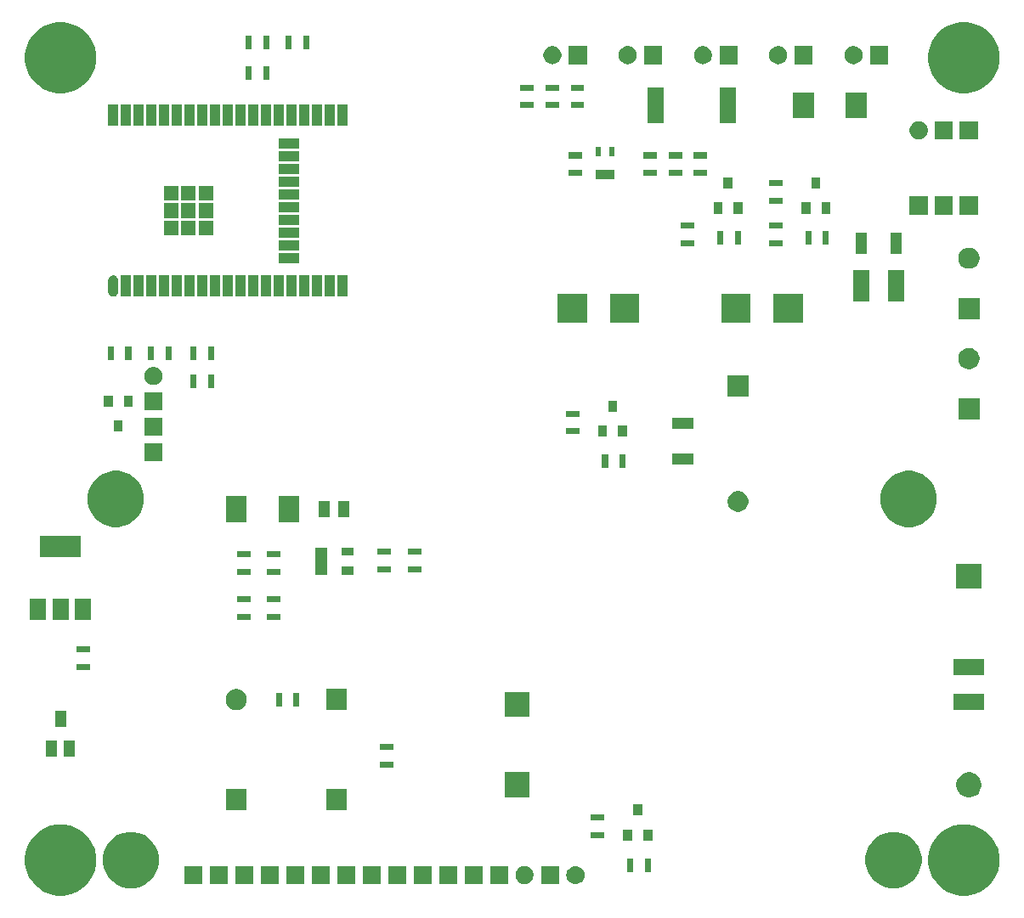
<source format=gbr>
G04 #@! TF.GenerationSoftware,KiCad,Pcbnew,(5.1.2-1)-1*
G04 #@! TF.CreationDate,2020-09-26T11:09:18+03:00*
G04 #@! TF.ProjectId,UAK_1,55414b5f-312e-46b6-9963-61645f706362,rev?*
G04 #@! TF.SameCoordinates,Original*
G04 #@! TF.FileFunction,Soldermask,Top*
G04 #@! TF.FilePolarity,Negative*
%FSLAX46Y46*%
G04 Gerber Fmt 4.6, Leading zero omitted, Abs format (unit mm)*
G04 Created by KiCad (PCBNEW (5.1.2-1)-1) date 2020-09-26 11:09:18*
%MOMM*%
%LPD*%
G04 APERTURE LIST*
%ADD10C,0.100000*%
G04 APERTURE END LIST*
D10*
G36*
X171035787Y-131585462D02*
G01*
X171035790Y-131585463D01*
X171035789Y-131585463D01*
X171682029Y-131853144D01*
X172263631Y-132241758D01*
X172758242Y-132736369D01*
X173146856Y-133317971D01*
X173146856Y-133317972D01*
X173414538Y-133964213D01*
X173551000Y-134650256D01*
X173551000Y-135349744D01*
X173414538Y-136035787D01*
X173356460Y-136176000D01*
X173146856Y-136682029D01*
X172758242Y-137263631D01*
X172263631Y-137758242D01*
X171682029Y-138146856D01*
X171225068Y-138336135D01*
X171035787Y-138414538D01*
X170349744Y-138551000D01*
X169650256Y-138551000D01*
X168964213Y-138414538D01*
X168774932Y-138336135D01*
X168317971Y-138146856D01*
X167736369Y-137758242D01*
X167241758Y-137263631D01*
X166853144Y-136682029D01*
X166643540Y-136176000D01*
X166585462Y-136035787D01*
X166449000Y-135349744D01*
X166449000Y-134650256D01*
X166585462Y-133964213D01*
X166853144Y-133317972D01*
X166853144Y-133317971D01*
X167241758Y-132736369D01*
X167736369Y-132241758D01*
X168317971Y-131853144D01*
X168964211Y-131585463D01*
X168964210Y-131585463D01*
X168964213Y-131585462D01*
X169650256Y-131449000D01*
X170349744Y-131449000D01*
X171035787Y-131585462D01*
X171035787Y-131585462D01*
G37*
G36*
X81035787Y-131585462D02*
G01*
X81035790Y-131585463D01*
X81035789Y-131585463D01*
X81682029Y-131853144D01*
X82263631Y-132241758D01*
X82758242Y-132736369D01*
X83146856Y-133317971D01*
X83146856Y-133317972D01*
X83414538Y-133964213D01*
X83551000Y-134650256D01*
X83551000Y-135349744D01*
X83414538Y-136035787D01*
X83356460Y-136176000D01*
X83146856Y-136682029D01*
X82758242Y-137263631D01*
X82263631Y-137758242D01*
X81682029Y-138146856D01*
X81225068Y-138336135D01*
X81035787Y-138414538D01*
X80349744Y-138551000D01*
X79650256Y-138551000D01*
X78964213Y-138414538D01*
X78774932Y-138336135D01*
X78317971Y-138146856D01*
X77736369Y-137758242D01*
X77241758Y-137263631D01*
X76853144Y-136682029D01*
X76643540Y-136176000D01*
X76585462Y-136035787D01*
X76449000Y-135349744D01*
X76449000Y-134650256D01*
X76585462Y-133964213D01*
X76853144Y-133317972D01*
X76853144Y-133317971D01*
X77241758Y-132736369D01*
X77736369Y-132241758D01*
X78317971Y-131853144D01*
X78964211Y-131585463D01*
X78964210Y-131585463D01*
X78964213Y-131585462D01*
X79650256Y-131449000D01*
X80349744Y-131449000D01*
X81035787Y-131585462D01*
X81035787Y-131585462D01*
G37*
G36*
X163817021Y-132306640D02*
G01*
X164326769Y-132517785D01*
X164326771Y-132517786D01*
X164785534Y-132824321D01*
X165175679Y-133214466D01*
X165244839Y-133317972D01*
X165482215Y-133673231D01*
X165693360Y-134182979D01*
X165801000Y-134724124D01*
X165801000Y-135275876D01*
X165693360Y-135817021D01*
X165483621Y-136323375D01*
X165482214Y-136326771D01*
X165175679Y-136785534D01*
X164785534Y-137175679D01*
X164326771Y-137482214D01*
X164326770Y-137482215D01*
X164326769Y-137482215D01*
X163817021Y-137693360D01*
X163275876Y-137801000D01*
X162724124Y-137801000D01*
X162182979Y-137693360D01*
X161673231Y-137482215D01*
X161673230Y-137482215D01*
X161673229Y-137482214D01*
X161214466Y-137175679D01*
X160824321Y-136785534D01*
X160517786Y-136326771D01*
X160516379Y-136323375D01*
X160306640Y-135817021D01*
X160199000Y-135275876D01*
X160199000Y-134724124D01*
X160306640Y-134182979D01*
X160517785Y-133673231D01*
X160755161Y-133317972D01*
X160824321Y-133214466D01*
X161214466Y-132824321D01*
X161673229Y-132517786D01*
X161673231Y-132517785D01*
X162182979Y-132306640D01*
X162724124Y-132199000D01*
X163275876Y-132199000D01*
X163817021Y-132306640D01*
X163817021Y-132306640D01*
G37*
G36*
X87817021Y-132306640D02*
G01*
X88326769Y-132517785D01*
X88326771Y-132517786D01*
X88785534Y-132824321D01*
X89175679Y-133214466D01*
X89244839Y-133317972D01*
X89482215Y-133673231D01*
X89693360Y-134182979D01*
X89801000Y-134724124D01*
X89801000Y-135275876D01*
X89693360Y-135817021D01*
X89483621Y-136323375D01*
X89482214Y-136326771D01*
X89175679Y-136785534D01*
X88785534Y-137175679D01*
X88326771Y-137482214D01*
X88326770Y-137482215D01*
X88326769Y-137482215D01*
X87817021Y-137693360D01*
X87275876Y-137801000D01*
X86724124Y-137801000D01*
X86182979Y-137693360D01*
X85673231Y-137482215D01*
X85673230Y-137482215D01*
X85673229Y-137482214D01*
X85214466Y-137175679D01*
X84824321Y-136785534D01*
X84517786Y-136326771D01*
X84516379Y-136323375D01*
X84306640Y-135817021D01*
X84199000Y-135275876D01*
X84199000Y-134724124D01*
X84306640Y-134182979D01*
X84517785Y-133673231D01*
X84755161Y-133317972D01*
X84824321Y-133214466D01*
X85214466Y-132824321D01*
X85673229Y-132517786D01*
X85673231Y-132517785D01*
X86182979Y-132306640D01*
X86724124Y-132199000D01*
X87275876Y-132199000D01*
X87817021Y-132306640D01*
X87817021Y-132306640D01*
G37*
G36*
X122041000Y-137401000D02*
G01*
X120239000Y-137401000D01*
X120239000Y-135599000D01*
X122041000Y-135599000D01*
X122041000Y-137401000D01*
X122041000Y-137401000D01*
G37*
G36*
X119501000Y-137401000D02*
G01*
X117699000Y-137401000D01*
X117699000Y-135599000D01*
X119501000Y-135599000D01*
X119501000Y-137401000D01*
X119501000Y-137401000D01*
G37*
G36*
X116961000Y-137401000D02*
G01*
X115159000Y-137401000D01*
X115159000Y-135599000D01*
X116961000Y-135599000D01*
X116961000Y-137401000D01*
X116961000Y-137401000D01*
G37*
G36*
X114421000Y-137401000D02*
G01*
X112619000Y-137401000D01*
X112619000Y-135599000D01*
X114421000Y-135599000D01*
X114421000Y-137401000D01*
X114421000Y-137401000D01*
G37*
G36*
X111881000Y-137401000D02*
G01*
X110079000Y-137401000D01*
X110079000Y-135599000D01*
X111881000Y-135599000D01*
X111881000Y-137401000D01*
X111881000Y-137401000D01*
G37*
G36*
X109341000Y-137401000D02*
G01*
X107539000Y-137401000D01*
X107539000Y-135599000D01*
X109341000Y-135599000D01*
X109341000Y-137401000D01*
X109341000Y-137401000D01*
G37*
G36*
X106801000Y-137401000D02*
G01*
X104999000Y-137401000D01*
X104999000Y-135599000D01*
X106801000Y-135599000D01*
X106801000Y-137401000D01*
X106801000Y-137401000D01*
G37*
G36*
X104261000Y-137401000D02*
G01*
X102459000Y-137401000D01*
X102459000Y-135599000D01*
X104261000Y-135599000D01*
X104261000Y-137401000D01*
X104261000Y-137401000D01*
G37*
G36*
X101721000Y-137401000D02*
G01*
X99919000Y-137401000D01*
X99919000Y-135599000D01*
X101721000Y-135599000D01*
X101721000Y-137401000D01*
X101721000Y-137401000D01*
G37*
G36*
X99181000Y-137401000D02*
G01*
X97379000Y-137401000D01*
X97379000Y-135599000D01*
X99181000Y-135599000D01*
X99181000Y-137401000D01*
X99181000Y-137401000D01*
G37*
G36*
X96641000Y-137401000D02*
G01*
X94839000Y-137401000D01*
X94839000Y-135599000D01*
X96641000Y-135599000D01*
X96641000Y-137401000D01*
X96641000Y-137401000D01*
G37*
G36*
X94101000Y-137401000D02*
G01*
X92299000Y-137401000D01*
X92299000Y-135599000D01*
X94101000Y-135599000D01*
X94101000Y-137401000D01*
X94101000Y-137401000D01*
G37*
G36*
X124581000Y-137401000D02*
G01*
X122779000Y-137401000D01*
X122779000Y-135599000D01*
X124581000Y-135599000D01*
X124581000Y-137401000D01*
X124581000Y-137401000D01*
G37*
G36*
X126333512Y-135603927D02*
G01*
X126482812Y-135633624D01*
X126646784Y-135701544D01*
X126794354Y-135800147D01*
X126919853Y-135925646D01*
X127018456Y-136073216D01*
X127086376Y-136237188D01*
X127121000Y-136411259D01*
X127121000Y-136588741D01*
X127086376Y-136762812D01*
X127018456Y-136926784D01*
X126919853Y-137074354D01*
X126794354Y-137199853D01*
X126646784Y-137298456D01*
X126482812Y-137366376D01*
X126333512Y-137396073D01*
X126308742Y-137401000D01*
X126131258Y-137401000D01*
X126106488Y-137396073D01*
X125957188Y-137366376D01*
X125793216Y-137298456D01*
X125645646Y-137199853D01*
X125520147Y-137074354D01*
X125421544Y-136926784D01*
X125353624Y-136762812D01*
X125319000Y-136588741D01*
X125319000Y-136411259D01*
X125353624Y-136237188D01*
X125421544Y-136073216D01*
X125520147Y-135925646D01*
X125645646Y-135800147D01*
X125793216Y-135701544D01*
X125957188Y-135633624D01*
X126106488Y-135603927D01*
X126131258Y-135599000D01*
X126308742Y-135599000D01*
X126333512Y-135603927D01*
X126333512Y-135603927D01*
G37*
G36*
X129661000Y-137401000D02*
G01*
X127859000Y-137401000D01*
X127859000Y-135599000D01*
X129661000Y-135599000D01*
X129661000Y-137401000D01*
X129661000Y-137401000D01*
G37*
G36*
X131410442Y-135605518D02*
G01*
X131476627Y-135612037D01*
X131646466Y-135663557D01*
X131802991Y-135747222D01*
X131838729Y-135776552D01*
X131940186Y-135859814D01*
X132023448Y-135961271D01*
X132052778Y-135997009D01*
X132136443Y-136153534D01*
X132187963Y-136323373D01*
X132205359Y-136500000D01*
X132187963Y-136676627D01*
X132136443Y-136846466D01*
X132052778Y-137002991D01*
X132023448Y-137038729D01*
X131940186Y-137140186D01*
X131867480Y-137199853D01*
X131802991Y-137252778D01*
X131646466Y-137336443D01*
X131476627Y-137387963D01*
X131410443Y-137394481D01*
X131344260Y-137401000D01*
X131255740Y-137401000D01*
X131189557Y-137394481D01*
X131123373Y-137387963D01*
X130953534Y-137336443D01*
X130797009Y-137252778D01*
X130732520Y-137199853D01*
X130659814Y-137140186D01*
X130576552Y-137038729D01*
X130547222Y-137002991D01*
X130463557Y-136846466D01*
X130412037Y-136676627D01*
X130394641Y-136500000D01*
X130412037Y-136323373D01*
X130463557Y-136153534D01*
X130547222Y-135997009D01*
X130576552Y-135961271D01*
X130659814Y-135859814D01*
X130761271Y-135776552D01*
X130797009Y-135747222D01*
X130953534Y-135663557D01*
X131123373Y-135612037D01*
X131189558Y-135605518D01*
X131255740Y-135599000D01*
X131344260Y-135599000D01*
X131410442Y-135605518D01*
X131410442Y-135605518D01*
G37*
G36*
X138801000Y-136176000D02*
G01*
X138199000Y-136176000D01*
X138199000Y-134824000D01*
X138801000Y-134824000D01*
X138801000Y-136176000D01*
X138801000Y-136176000D01*
G37*
G36*
X137051000Y-136176000D02*
G01*
X136449000Y-136176000D01*
X136449000Y-134824000D01*
X137051000Y-134824000D01*
X137051000Y-136176000D01*
X137051000Y-136176000D01*
G37*
G36*
X138951000Y-133051000D02*
G01*
X138049000Y-133051000D01*
X138049000Y-131949000D01*
X138951000Y-131949000D01*
X138951000Y-133051000D01*
X138951000Y-133051000D01*
G37*
G36*
X136951000Y-133051000D02*
G01*
X136049000Y-133051000D01*
X136049000Y-131949000D01*
X136951000Y-131949000D01*
X136951000Y-133051000D01*
X136951000Y-133051000D01*
G37*
G36*
X134176000Y-132801000D02*
G01*
X132824000Y-132801000D01*
X132824000Y-132199000D01*
X134176000Y-132199000D01*
X134176000Y-132801000D01*
X134176000Y-132801000D01*
G37*
G36*
X134176000Y-131051000D02*
G01*
X132824000Y-131051000D01*
X132824000Y-130449000D01*
X134176000Y-130449000D01*
X134176000Y-131051000D01*
X134176000Y-131051000D01*
G37*
G36*
X137951000Y-130551000D02*
G01*
X137049000Y-130551000D01*
X137049000Y-129449000D01*
X137951000Y-129449000D01*
X137951000Y-130551000D01*
X137951000Y-130551000D01*
G37*
G36*
X108551000Y-130051000D02*
G01*
X106449000Y-130051000D01*
X106449000Y-127949000D01*
X108551000Y-127949000D01*
X108551000Y-130051000D01*
X108551000Y-130051000D01*
G37*
G36*
X98551000Y-130051000D02*
G01*
X96449000Y-130051000D01*
X96449000Y-127949000D01*
X98551000Y-127949000D01*
X98551000Y-130051000D01*
X98551000Y-130051000D01*
G37*
G36*
X126751000Y-128751000D02*
G01*
X124249000Y-128751000D01*
X124249000Y-126249000D01*
X126751000Y-126249000D01*
X126751000Y-128751000D01*
X126751000Y-128751000D01*
G37*
G36*
X170864903Y-126297075D02*
G01*
X171092571Y-126391378D01*
X171297466Y-126528285D01*
X171471715Y-126702534D01*
X171608622Y-126907429D01*
X171702925Y-127135097D01*
X171751000Y-127376787D01*
X171751000Y-127623213D01*
X171702925Y-127864903D01*
X171608622Y-128092571D01*
X171471715Y-128297466D01*
X171297466Y-128471715D01*
X171092571Y-128608622D01*
X171092570Y-128608623D01*
X171092569Y-128608623D01*
X170864903Y-128702925D01*
X170623214Y-128751000D01*
X170376786Y-128751000D01*
X170135097Y-128702925D01*
X169907431Y-128608623D01*
X169907430Y-128608623D01*
X169907429Y-128608622D01*
X169702534Y-128471715D01*
X169528285Y-128297466D01*
X169391378Y-128092571D01*
X169297075Y-127864903D01*
X169249000Y-127623213D01*
X169249000Y-127376787D01*
X169297075Y-127135097D01*
X169391378Y-126907429D01*
X169528285Y-126702534D01*
X169702534Y-126528285D01*
X169907429Y-126391378D01*
X170135097Y-126297075D01*
X170376786Y-126249000D01*
X170623214Y-126249000D01*
X170864903Y-126297075D01*
X170864903Y-126297075D01*
G37*
G36*
X113176000Y-125801000D02*
G01*
X111824000Y-125801000D01*
X111824000Y-125199000D01*
X113176000Y-125199000D01*
X113176000Y-125801000D01*
X113176000Y-125801000D01*
G37*
G36*
X79651000Y-124701000D02*
G01*
X78549000Y-124701000D01*
X78549000Y-123099000D01*
X79651000Y-123099000D01*
X79651000Y-124701000D01*
X79651000Y-124701000D01*
G37*
G36*
X81451000Y-124701000D02*
G01*
X80349000Y-124701000D01*
X80349000Y-123099000D01*
X81451000Y-123099000D01*
X81451000Y-124701000D01*
X81451000Y-124701000D01*
G37*
G36*
X113176000Y-124051000D02*
G01*
X111824000Y-124051000D01*
X111824000Y-123449000D01*
X113176000Y-123449000D01*
X113176000Y-124051000D01*
X113176000Y-124051000D01*
G37*
G36*
X80551000Y-121701000D02*
G01*
X79449000Y-121701000D01*
X79449000Y-120099000D01*
X80551000Y-120099000D01*
X80551000Y-121701000D01*
X80551000Y-121701000D01*
G37*
G36*
X126751000Y-120751000D02*
G01*
X124249000Y-120751000D01*
X124249000Y-118249000D01*
X126751000Y-118249000D01*
X126751000Y-120751000D01*
X126751000Y-120751000D01*
G37*
G36*
X97806564Y-117989389D02*
G01*
X97997833Y-118068615D01*
X97997835Y-118068616D01*
X98169973Y-118183635D01*
X98316365Y-118330027D01*
X98431385Y-118502167D01*
X98510611Y-118693436D01*
X98551000Y-118896484D01*
X98551000Y-119103516D01*
X98510611Y-119306564D01*
X98431385Y-119497833D01*
X98431384Y-119497835D01*
X98316365Y-119669973D01*
X98169973Y-119816365D01*
X97997835Y-119931384D01*
X97997834Y-119931385D01*
X97997833Y-119931385D01*
X97806564Y-120010611D01*
X97603516Y-120051000D01*
X97396484Y-120051000D01*
X97193436Y-120010611D01*
X97002167Y-119931385D01*
X97002166Y-119931385D01*
X97002165Y-119931384D01*
X96830027Y-119816365D01*
X96683635Y-119669973D01*
X96568616Y-119497835D01*
X96568615Y-119497833D01*
X96489389Y-119306564D01*
X96449000Y-119103516D01*
X96449000Y-118896484D01*
X96489389Y-118693436D01*
X96568615Y-118502167D01*
X96683635Y-118330027D01*
X96830027Y-118183635D01*
X97002165Y-118068616D01*
X97002167Y-118068615D01*
X97193436Y-117989389D01*
X97396484Y-117949000D01*
X97603516Y-117949000D01*
X97806564Y-117989389D01*
X97806564Y-117989389D01*
G37*
G36*
X108551000Y-120051000D02*
G01*
X106449000Y-120051000D01*
X106449000Y-117949000D01*
X108551000Y-117949000D01*
X108551000Y-120051000D01*
X108551000Y-120051000D01*
G37*
G36*
X172051000Y-120051000D02*
G01*
X168949000Y-120051000D01*
X168949000Y-118449000D01*
X172051000Y-118449000D01*
X172051000Y-120051000D01*
X172051000Y-120051000D01*
G37*
G36*
X102051000Y-119676000D02*
G01*
X101449000Y-119676000D01*
X101449000Y-118324000D01*
X102051000Y-118324000D01*
X102051000Y-119676000D01*
X102051000Y-119676000D01*
G37*
G36*
X103801000Y-119676000D02*
G01*
X103199000Y-119676000D01*
X103199000Y-118324000D01*
X103801000Y-118324000D01*
X103801000Y-119676000D01*
X103801000Y-119676000D01*
G37*
G36*
X172051000Y-116551000D02*
G01*
X168949000Y-116551000D01*
X168949000Y-114949000D01*
X172051000Y-114949000D01*
X172051000Y-116551000D01*
X172051000Y-116551000D01*
G37*
G36*
X82926000Y-116051000D02*
G01*
X81574000Y-116051000D01*
X81574000Y-115449000D01*
X82926000Y-115449000D01*
X82926000Y-116051000D01*
X82926000Y-116051000D01*
G37*
G36*
X82926000Y-114301000D02*
G01*
X81574000Y-114301000D01*
X81574000Y-113699000D01*
X82926000Y-113699000D01*
X82926000Y-114301000D01*
X82926000Y-114301000D01*
G37*
G36*
X78551000Y-111051000D02*
G01*
X76949000Y-111051000D01*
X76949000Y-108949000D01*
X78551000Y-108949000D01*
X78551000Y-111051000D01*
X78551000Y-111051000D01*
G37*
G36*
X101926000Y-111051000D02*
G01*
X100574000Y-111051000D01*
X100574000Y-110449000D01*
X101926000Y-110449000D01*
X101926000Y-111051000D01*
X101926000Y-111051000D01*
G37*
G36*
X80801000Y-111051000D02*
G01*
X79199000Y-111051000D01*
X79199000Y-108949000D01*
X80801000Y-108949000D01*
X80801000Y-111051000D01*
X80801000Y-111051000D01*
G37*
G36*
X83051000Y-111051000D02*
G01*
X81449000Y-111051000D01*
X81449000Y-108949000D01*
X83051000Y-108949000D01*
X83051000Y-111051000D01*
X83051000Y-111051000D01*
G37*
G36*
X98926000Y-111051000D02*
G01*
X97574000Y-111051000D01*
X97574000Y-110449000D01*
X98926000Y-110449000D01*
X98926000Y-111051000D01*
X98926000Y-111051000D01*
G37*
G36*
X101926000Y-109301000D02*
G01*
X100574000Y-109301000D01*
X100574000Y-108699000D01*
X101926000Y-108699000D01*
X101926000Y-109301000D01*
X101926000Y-109301000D01*
G37*
G36*
X98926000Y-109301000D02*
G01*
X97574000Y-109301000D01*
X97574000Y-108699000D01*
X98926000Y-108699000D01*
X98926000Y-109301000D01*
X98926000Y-109301000D01*
G37*
G36*
X171751000Y-107951000D02*
G01*
X169249000Y-107951000D01*
X169249000Y-105449000D01*
X171751000Y-105449000D01*
X171751000Y-107951000D01*
X171751000Y-107951000D01*
G37*
G36*
X101926000Y-106551000D02*
G01*
X100574000Y-106551000D01*
X100574000Y-105949000D01*
X101926000Y-105949000D01*
X101926000Y-106551000D01*
X101926000Y-106551000D01*
G37*
G36*
X98926000Y-106551000D02*
G01*
X97574000Y-106551000D01*
X97574000Y-105949000D01*
X98926000Y-105949000D01*
X98926000Y-106551000D01*
X98926000Y-106551000D01*
G37*
G36*
X106601000Y-106551000D02*
G01*
X105399000Y-106551000D01*
X105399000Y-103849000D01*
X106601000Y-103849000D01*
X106601000Y-106551000D01*
X106601000Y-106551000D01*
G37*
G36*
X109201000Y-106551000D02*
G01*
X107999000Y-106551000D01*
X107999000Y-105749000D01*
X109201000Y-105749000D01*
X109201000Y-106551000D01*
X109201000Y-106551000D01*
G37*
G36*
X115926000Y-106301000D02*
G01*
X114574000Y-106301000D01*
X114574000Y-105699000D01*
X115926000Y-105699000D01*
X115926000Y-106301000D01*
X115926000Y-106301000D01*
G37*
G36*
X112926000Y-106301000D02*
G01*
X111574000Y-106301000D01*
X111574000Y-105699000D01*
X112926000Y-105699000D01*
X112926000Y-106301000D01*
X112926000Y-106301000D01*
G37*
G36*
X98926000Y-104801000D02*
G01*
X97574000Y-104801000D01*
X97574000Y-104199000D01*
X98926000Y-104199000D01*
X98926000Y-104801000D01*
X98926000Y-104801000D01*
G37*
G36*
X82051000Y-104801000D02*
G01*
X77949000Y-104801000D01*
X77949000Y-102699000D01*
X82051000Y-102699000D01*
X82051000Y-104801000D01*
X82051000Y-104801000D01*
G37*
G36*
X101926000Y-104801000D02*
G01*
X100574000Y-104801000D01*
X100574000Y-104199000D01*
X101926000Y-104199000D01*
X101926000Y-104801000D01*
X101926000Y-104801000D01*
G37*
G36*
X109201000Y-104651000D02*
G01*
X107999000Y-104651000D01*
X107999000Y-103849000D01*
X109201000Y-103849000D01*
X109201000Y-104651000D01*
X109201000Y-104651000D01*
G37*
G36*
X115926000Y-104551000D02*
G01*
X114574000Y-104551000D01*
X114574000Y-103949000D01*
X115926000Y-103949000D01*
X115926000Y-104551000D01*
X115926000Y-104551000D01*
G37*
G36*
X112926000Y-104551000D02*
G01*
X111574000Y-104551000D01*
X111574000Y-103949000D01*
X112926000Y-103949000D01*
X112926000Y-104551000D01*
X112926000Y-104551000D01*
G37*
G36*
X86317021Y-96306640D02*
G01*
X86826769Y-96517785D01*
X86826771Y-96517786D01*
X87285534Y-96824321D01*
X87675679Y-97214466D01*
X87982214Y-97673229D01*
X87982215Y-97673231D01*
X88193360Y-98182979D01*
X88301000Y-98724124D01*
X88301000Y-99275876D01*
X88193360Y-99817021D01*
X87992889Y-100301000D01*
X87982214Y-100326771D01*
X87675679Y-100785534D01*
X87285534Y-101175679D01*
X86826771Y-101482214D01*
X86826770Y-101482215D01*
X86826769Y-101482215D01*
X86317021Y-101693360D01*
X85775876Y-101801000D01*
X85224124Y-101801000D01*
X84682979Y-101693360D01*
X84173231Y-101482215D01*
X84173230Y-101482215D01*
X84173229Y-101482214D01*
X83714466Y-101175679D01*
X83324321Y-100785534D01*
X83017786Y-100326771D01*
X83007111Y-100301000D01*
X82806640Y-99817021D01*
X82699000Y-99275876D01*
X82699000Y-98724124D01*
X82806640Y-98182979D01*
X83017785Y-97673231D01*
X83017786Y-97673229D01*
X83324321Y-97214466D01*
X83714466Y-96824321D01*
X84173229Y-96517786D01*
X84173231Y-96517785D01*
X84682979Y-96306640D01*
X85224124Y-96199000D01*
X85775876Y-96199000D01*
X86317021Y-96306640D01*
X86317021Y-96306640D01*
G37*
G36*
X165317021Y-96306640D02*
G01*
X165826769Y-96517785D01*
X165826771Y-96517786D01*
X166285534Y-96824321D01*
X166675679Y-97214466D01*
X166982214Y-97673229D01*
X166982215Y-97673231D01*
X167193360Y-98182979D01*
X167301000Y-98724124D01*
X167301000Y-99275876D01*
X167193360Y-99817021D01*
X166992889Y-100301000D01*
X166982214Y-100326771D01*
X166675679Y-100785534D01*
X166285534Y-101175679D01*
X165826771Y-101482214D01*
X165826770Y-101482215D01*
X165826769Y-101482215D01*
X165317021Y-101693360D01*
X164775876Y-101801000D01*
X164224124Y-101801000D01*
X163682979Y-101693360D01*
X163173231Y-101482215D01*
X163173230Y-101482215D01*
X163173229Y-101482214D01*
X162714466Y-101175679D01*
X162324321Y-100785534D01*
X162017786Y-100326771D01*
X162007111Y-100301000D01*
X161806640Y-99817021D01*
X161699000Y-99275876D01*
X161699000Y-98724124D01*
X161806640Y-98182979D01*
X162017785Y-97673231D01*
X162017786Y-97673229D01*
X162324321Y-97214466D01*
X162714466Y-96824321D01*
X163173229Y-96517786D01*
X163173231Y-96517785D01*
X163682979Y-96306640D01*
X164224124Y-96199000D01*
X164775876Y-96199000D01*
X165317021Y-96306640D01*
X165317021Y-96306640D01*
G37*
G36*
X98551000Y-101301000D02*
G01*
X96449000Y-101301000D01*
X96449000Y-98699000D01*
X98551000Y-98699000D01*
X98551000Y-101301000D01*
X98551000Y-101301000D01*
G37*
G36*
X103801000Y-101301000D02*
G01*
X101699000Y-101301000D01*
X101699000Y-98699000D01*
X103801000Y-98699000D01*
X103801000Y-101301000D01*
X103801000Y-101301000D01*
G37*
G36*
X106801000Y-100801000D02*
G01*
X105699000Y-100801000D01*
X105699000Y-99199000D01*
X106801000Y-99199000D01*
X106801000Y-100801000D01*
X106801000Y-100801000D01*
G37*
G36*
X108801000Y-100801000D02*
G01*
X107699000Y-100801000D01*
X107699000Y-99199000D01*
X108801000Y-99199000D01*
X108801000Y-100801000D01*
X108801000Y-100801000D01*
G37*
G36*
X147806564Y-98239389D02*
G01*
X147997833Y-98318615D01*
X147997835Y-98318616D01*
X148169973Y-98433635D01*
X148316365Y-98580027D01*
X148412648Y-98724124D01*
X148431385Y-98752167D01*
X148510611Y-98943436D01*
X148551000Y-99146484D01*
X148551000Y-99353516D01*
X148510611Y-99556564D01*
X148431385Y-99747833D01*
X148431384Y-99747835D01*
X148316365Y-99919973D01*
X148169973Y-100066365D01*
X147997835Y-100181384D01*
X147997834Y-100181385D01*
X147997833Y-100181385D01*
X147806564Y-100260611D01*
X147603516Y-100301000D01*
X147396484Y-100301000D01*
X147193436Y-100260611D01*
X147002167Y-100181385D01*
X147002166Y-100181385D01*
X147002165Y-100181384D01*
X146830027Y-100066365D01*
X146683635Y-99919973D01*
X146568616Y-99747835D01*
X146568615Y-99747833D01*
X146489389Y-99556564D01*
X146449000Y-99353516D01*
X146449000Y-99146484D01*
X146489389Y-98943436D01*
X146568615Y-98752167D01*
X146587353Y-98724124D01*
X146683635Y-98580027D01*
X146830027Y-98433635D01*
X147002165Y-98318616D01*
X147002167Y-98318615D01*
X147193436Y-98239389D01*
X147396484Y-98199000D01*
X147603516Y-98199000D01*
X147806564Y-98239389D01*
X147806564Y-98239389D01*
G37*
G36*
X134551000Y-95926000D02*
G01*
X133949000Y-95926000D01*
X133949000Y-94574000D01*
X134551000Y-94574000D01*
X134551000Y-95926000D01*
X134551000Y-95926000D01*
G37*
G36*
X136301000Y-95926000D02*
G01*
X135699000Y-95926000D01*
X135699000Y-94574000D01*
X136301000Y-94574000D01*
X136301000Y-95926000D01*
X136301000Y-95926000D01*
G37*
G36*
X143051000Y-95551000D02*
G01*
X140949000Y-95551000D01*
X140949000Y-94449000D01*
X143051000Y-94449000D01*
X143051000Y-95551000D01*
X143051000Y-95551000D01*
G37*
G36*
X90151000Y-95271000D02*
G01*
X88349000Y-95271000D01*
X88349000Y-93469000D01*
X90151000Y-93469000D01*
X90151000Y-95271000D01*
X90151000Y-95271000D01*
G37*
G36*
X136451000Y-92801000D02*
G01*
X135549000Y-92801000D01*
X135549000Y-91699000D01*
X136451000Y-91699000D01*
X136451000Y-92801000D01*
X136451000Y-92801000D01*
G37*
G36*
X134451000Y-92801000D02*
G01*
X133549000Y-92801000D01*
X133549000Y-91699000D01*
X134451000Y-91699000D01*
X134451000Y-92801000D01*
X134451000Y-92801000D01*
G37*
G36*
X90151000Y-92731000D02*
G01*
X88349000Y-92731000D01*
X88349000Y-90929000D01*
X90151000Y-90929000D01*
X90151000Y-92731000D01*
X90151000Y-92731000D01*
G37*
G36*
X131676000Y-92551000D02*
G01*
X130324000Y-92551000D01*
X130324000Y-91949000D01*
X131676000Y-91949000D01*
X131676000Y-92551000D01*
X131676000Y-92551000D01*
G37*
G36*
X86201000Y-92301000D02*
G01*
X85299000Y-92301000D01*
X85299000Y-91199000D01*
X86201000Y-91199000D01*
X86201000Y-92301000D01*
X86201000Y-92301000D01*
G37*
G36*
X143051000Y-92051000D02*
G01*
X140949000Y-92051000D01*
X140949000Y-90949000D01*
X143051000Y-90949000D01*
X143051000Y-92051000D01*
X143051000Y-92051000D01*
G37*
G36*
X171551000Y-91051000D02*
G01*
X169449000Y-91051000D01*
X169449000Y-88949000D01*
X171551000Y-88949000D01*
X171551000Y-91051000D01*
X171551000Y-91051000D01*
G37*
G36*
X131676000Y-90801000D02*
G01*
X130324000Y-90801000D01*
X130324000Y-90199000D01*
X131676000Y-90199000D01*
X131676000Y-90801000D01*
X131676000Y-90801000D01*
G37*
G36*
X135451000Y-90301000D02*
G01*
X134549000Y-90301000D01*
X134549000Y-89199000D01*
X135451000Y-89199000D01*
X135451000Y-90301000D01*
X135451000Y-90301000D01*
G37*
G36*
X90151000Y-90191000D02*
G01*
X88349000Y-90191000D01*
X88349000Y-88389000D01*
X90151000Y-88389000D01*
X90151000Y-90191000D01*
X90151000Y-90191000D01*
G37*
G36*
X87201000Y-89801000D02*
G01*
X86299000Y-89801000D01*
X86299000Y-88699000D01*
X87201000Y-88699000D01*
X87201000Y-89801000D01*
X87201000Y-89801000D01*
G37*
G36*
X85201000Y-89801000D02*
G01*
X84299000Y-89801000D01*
X84299000Y-88699000D01*
X85201000Y-88699000D01*
X85201000Y-89801000D01*
X85201000Y-89801000D01*
G37*
G36*
X148551000Y-88801000D02*
G01*
X146449000Y-88801000D01*
X146449000Y-86699000D01*
X148551000Y-86699000D01*
X148551000Y-88801000D01*
X148551000Y-88801000D01*
G37*
G36*
X95301000Y-87926000D02*
G01*
X94699000Y-87926000D01*
X94699000Y-86574000D01*
X95301000Y-86574000D01*
X95301000Y-87926000D01*
X95301000Y-87926000D01*
G37*
G36*
X93551000Y-87926000D02*
G01*
X92949000Y-87926000D01*
X92949000Y-86574000D01*
X93551000Y-86574000D01*
X93551000Y-87926000D01*
X93551000Y-87926000D01*
G37*
G36*
X89363512Y-85853927D02*
G01*
X89512812Y-85883624D01*
X89676784Y-85951544D01*
X89824354Y-86050147D01*
X89949853Y-86175646D01*
X90048456Y-86323216D01*
X90116376Y-86487188D01*
X90151000Y-86661259D01*
X90151000Y-86838741D01*
X90116376Y-87012812D01*
X90048456Y-87176784D01*
X89949853Y-87324354D01*
X89824354Y-87449853D01*
X89676784Y-87548456D01*
X89512812Y-87616376D01*
X89363512Y-87646073D01*
X89338742Y-87651000D01*
X89161258Y-87651000D01*
X89136488Y-87646073D01*
X88987188Y-87616376D01*
X88823216Y-87548456D01*
X88675646Y-87449853D01*
X88550147Y-87324354D01*
X88451544Y-87176784D01*
X88383624Y-87012812D01*
X88349000Y-86838741D01*
X88349000Y-86661259D01*
X88383624Y-86487188D01*
X88451544Y-86323216D01*
X88550147Y-86175646D01*
X88675646Y-86050147D01*
X88823216Y-85951544D01*
X88987188Y-85883624D01*
X89136488Y-85853927D01*
X89161258Y-85849000D01*
X89338742Y-85849000D01*
X89363512Y-85853927D01*
X89363512Y-85853927D01*
G37*
G36*
X170806564Y-83989389D02*
G01*
X170997833Y-84068615D01*
X170997835Y-84068616D01*
X171169973Y-84183635D01*
X171316365Y-84330027D01*
X171431385Y-84502167D01*
X171510611Y-84693436D01*
X171551000Y-84896484D01*
X171551000Y-85103516D01*
X171510611Y-85306564D01*
X171431385Y-85497833D01*
X171431384Y-85497835D01*
X171316365Y-85669973D01*
X171169973Y-85816365D01*
X170997835Y-85931384D01*
X170997834Y-85931385D01*
X170997833Y-85931385D01*
X170806564Y-86010611D01*
X170603516Y-86051000D01*
X170396484Y-86051000D01*
X170193436Y-86010611D01*
X170002167Y-85931385D01*
X170002166Y-85931385D01*
X170002165Y-85931384D01*
X169830027Y-85816365D01*
X169683635Y-85669973D01*
X169568616Y-85497835D01*
X169568615Y-85497833D01*
X169489389Y-85306564D01*
X169449000Y-85103516D01*
X169449000Y-84896484D01*
X169489389Y-84693436D01*
X169568615Y-84502167D01*
X169683635Y-84330027D01*
X169830027Y-84183635D01*
X170002165Y-84068616D01*
X170002167Y-84068615D01*
X170193436Y-83989389D01*
X170396484Y-83949000D01*
X170603516Y-83949000D01*
X170806564Y-83989389D01*
X170806564Y-83989389D01*
G37*
G36*
X95301000Y-85176000D02*
G01*
X94699000Y-85176000D01*
X94699000Y-83824000D01*
X95301000Y-83824000D01*
X95301000Y-85176000D01*
X95301000Y-85176000D01*
G37*
G36*
X91051000Y-85176000D02*
G01*
X90449000Y-85176000D01*
X90449000Y-83824000D01*
X91051000Y-83824000D01*
X91051000Y-85176000D01*
X91051000Y-85176000D01*
G37*
G36*
X93551000Y-85176000D02*
G01*
X92949000Y-85176000D01*
X92949000Y-83824000D01*
X93551000Y-83824000D01*
X93551000Y-85176000D01*
X93551000Y-85176000D01*
G37*
G36*
X87051000Y-85176000D02*
G01*
X86449000Y-85176000D01*
X86449000Y-83824000D01*
X87051000Y-83824000D01*
X87051000Y-85176000D01*
X87051000Y-85176000D01*
G37*
G36*
X85301000Y-85176000D02*
G01*
X84699000Y-85176000D01*
X84699000Y-83824000D01*
X85301000Y-83824000D01*
X85301000Y-85176000D01*
X85301000Y-85176000D01*
G37*
G36*
X89301000Y-85176000D02*
G01*
X88699000Y-85176000D01*
X88699000Y-83824000D01*
X89301000Y-83824000D01*
X89301000Y-85176000D01*
X89301000Y-85176000D01*
G37*
G36*
X137651000Y-81451000D02*
G01*
X134749000Y-81451000D01*
X134749000Y-78549000D01*
X137651000Y-78549000D01*
X137651000Y-81451000D01*
X137651000Y-81451000D01*
G37*
G36*
X132451000Y-81451000D02*
G01*
X129549000Y-81451000D01*
X129549000Y-78549000D01*
X132451000Y-78549000D01*
X132451000Y-81451000D01*
X132451000Y-81451000D01*
G37*
G36*
X148751000Y-81451000D02*
G01*
X145849000Y-81451000D01*
X145849000Y-78549000D01*
X148751000Y-78549000D01*
X148751000Y-81451000D01*
X148751000Y-81451000D01*
G37*
G36*
X153951000Y-81451000D02*
G01*
X151049000Y-81451000D01*
X151049000Y-78549000D01*
X153951000Y-78549000D01*
X153951000Y-81451000D01*
X153951000Y-81451000D01*
G37*
G36*
X171551000Y-81051000D02*
G01*
X169449000Y-81051000D01*
X169449000Y-78949000D01*
X171551000Y-78949000D01*
X171551000Y-81051000D01*
X171551000Y-81051000D01*
G37*
G36*
X160551000Y-79301000D02*
G01*
X158949000Y-79301000D01*
X158949000Y-76199000D01*
X160551000Y-76199000D01*
X160551000Y-79301000D01*
X160551000Y-79301000D01*
G37*
G36*
X164051000Y-79301000D02*
G01*
X162449000Y-79301000D01*
X162449000Y-76199000D01*
X164051000Y-76199000D01*
X164051000Y-79301000D01*
X164051000Y-79301000D01*
G37*
G36*
X85348212Y-76706249D02*
G01*
X85442651Y-76734897D01*
X85529687Y-76781418D01*
X85605975Y-76844025D01*
X85668582Y-76920313D01*
X85715103Y-77007348D01*
X85743751Y-77101787D01*
X85751000Y-77175388D01*
X85751000Y-78324612D01*
X85743751Y-78398213D01*
X85715103Y-78492652D01*
X85668582Y-78579687D01*
X85605975Y-78655975D01*
X85529687Y-78718582D01*
X85442652Y-78765103D01*
X85348213Y-78793751D01*
X85250000Y-78803424D01*
X85151788Y-78793751D01*
X85057349Y-78765103D01*
X84970314Y-78718582D01*
X84894026Y-78655975D01*
X84831419Y-78579687D01*
X84784898Y-78492652D01*
X84756250Y-78398213D01*
X84749001Y-78324612D01*
X84749000Y-77175389D01*
X84756249Y-77101788D01*
X84784897Y-77007349D01*
X84831418Y-76920313D01*
X84894025Y-76844025D01*
X84970313Y-76781418D01*
X85057348Y-76734897D01*
X85151787Y-76706249D01*
X85250000Y-76696576D01*
X85348212Y-76706249D01*
X85348212Y-76706249D01*
G37*
G36*
X93371000Y-78801000D02*
G01*
X92369000Y-78801000D01*
X92369000Y-76699000D01*
X93371000Y-76699000D01*
X93371000Y-78801000D01*
X93371000Y-78801000D01*
G37*
G36*
X103531000Y-78801000D02*
G01*
X102529000Y-78801000D01*
X102529000Y-76699000D01*
X103531000Y-76699000D01*
X103531000Y-78801000D01*
X103531000Y-78801000D01*
G37*
G36*
X88291000Y-78801000D02*
G01*
X87289000Y-78801000D01*
X87289000Y-76699000D01*
X88291000Y-76699000D01*
X88291000Y-78801000D01*
X88291000Y-78801000D01*
G37*
G36*
X87021000Y-78801000D02*
G01*
X86019000Y-78801000D01*
X86019000Y-76699000D01*
X87021000Y-76699000D01*
X87021000Y-78801000D01*
X87021000Y-78801000D01*
G37*
G36*
X99721000Y-78801000D02*
G01*
X98719000Y-78801000D01*
X98719000Y-76699000D01*
X99721000Y-76699000D01*
X99721000Y-78801000D01*
X99721000Y-78801000D01*
G37*
G36*
X100991000Y-78801000D02*
G01*
X99989000Y-78801000D01*
X99989000Y-76699000D01*
X100991000Y-76699000D01*
X100991000Y-78801000D01*
X100991000Y-78801000D01*
G37*
G36*
X104801000Y-78801000D02*
G01*
X103799000Y-78801000D01*
X103799000Y-76699000D01*
X104801000Y-76699000D01*
X104801000Y-78801000D01*
X104801000Y-78801000D01*
G37*
G36*
X106071000Y-78801000D02*
G01*
X105069000Y-78801000D01*
X105069000Y-76699000D01*
X106071000Y-76699000D01*
X106071000Y-78801000D01*
X106071000Y-78801000D01*
G37*
G36*
X89561000Y-78801000D02*
G01*
X88559000Y-78801000D01*
X88559000Y-76699000D01*
X89561000Y-76699000D01*
X89561000Y-78801000D01*
X89561000Y-78801000D01*
G37*
G36*
X102261000Y-78801000D02*
G01*
X101259000Y-78801000D01*
X101259000Y-76699000D01*
X102261000Y-76699000D01*
X102261000Y-78801000D01*
X102261000Y-78801000D01*
G37*
G36*
X107341000Y-78801000D02*
G01*
X106339000Y-78801000D01*
X106339000Y-76699000D01*
X107341000Y-76699000D01*
X107341000Y-78801000D01*
X107341000Y-78801000D01*
G37*
G36*
X108611000Y-78801000D02*
G01*
X107609000Y-78801000D01*
X107609000Y-76699000D01*
X108611000Y-76699000D01*
X108611000Y-78801000D01*
X108611000Y-78801000D01*
G37*
G36*
X98451000Y-78801000D02*
G01*
X97449000Y-78801000D01*
X97449000Y-76699000D01*
X98451000Y-76699000D01*
X98451000Y-78801000D01*
X98451000Y-78801000D01*
G37*
G36*
X90831000Y-78801000D02*
G01*
X89829000Y-78801000D01*
X89829000Y-76699000D01*
X90831000Y-76699000D01*
X90831000Y-78801000D01*
X90831000Y-78801000D01*
G37*
G36*
X92101000Y-78801000D02*
G01*
X91099000Y-78801000D01*
X91099000Y-76699000D01*
X92101000Y-76699000D01*
X92101000Y-78801000D01*
X92101000Y-78801000D01*
G37*
G36*
X94641000Y-78801000D02*
G01*
X93639000Y-78801000D01*
X93639000Y-76699000D01*
X94641000Y-76699000D01*
X94641000Y-78801000D01*
X94641000Y-78801000D01*
G37*
G36*
X95911000Y-78801000D02*
G01*
X94909000Y-78801000D01*
X94909000Y-76699000D01*
X95911000Y-76699000D01*
X95911000Y-78801000D01*
X95911000Y-78801000D01*
G37*
G36*
X97181000Y-78801000D02*
G01*
X96179000Y-78801000D01*
X96179000Y-76699000D01*
X97181000Y-76699000D01*
X97181000Y-78801000D01*
X97181000Y-78801000D01*
G37*
G36*
X170806564Y-73989389D02*
G01*
X170997833Y-74068615D01*
X170997835Y-74068616D01*
X171169973Y-74183635D01*
X171316365Y-74330027D01*
X171431385Y-74502167D01*
X171510611Y-74693436D01*
X171551000Y-74896484D01*
X171551000Y-75103516D01*
X171510611Y-75306564D01*
X171431385Y-75497833D01*
X171431384Y-75497835D01*
X171316365Y-75669973D01*
X171169973Y-75816365D01*
X170997835Y-75931384D01*
X170997834Y-75931385D01*
X170997833Y-75931385D01*
X170806564Y-76010611D01*
X170603516Y-76051000D01*
X170396484Y-76051000D01*
X170193436Y-76010611D01*
X170002167Y-75931385D01*
X170002166Y-75931385D01*
X170002165Y-75931384D01*
X169830027Y-75816365D01*
X169683635Y-75669973D01*
X169568616Y-75497835D01*
X169568615Y-75497833D01*
X169489389Y-75306564D01*
X169449000Y-75103516D01*
X169449000Y-74896484D01*
X169489389Y-74693436D01*
X169568615Y-74502167D01*
X169683635Y-74330027D01*
X169830027Y-74183635D01*
X170002165Y-74068616D01*
X170002167Y-74068615D01*
X170193436Y-73989389D01*
X170396484Y-73949000D01*
X170603516Y-73949000D01*
X170806564Y-73989389D01*
X170806564Y-73989389D01*
G37*
G36*
X103801000Y-75501000D02*
G01*
X101699000Y-75501000D01*
X101699000Y-74499000D01*
X103801000Y-74499000D01*
X103801000Y-75501000D01*
X103801000Y-75501000D01*
G37*
G36*
X163801000Y-74551000D02*
G01*
X162699000Y-74551000D01*
X162699000Y-72449000D01*
X163801000Y-72449000D01*
X163801000Y-74551000D01*
X163801000Y-74551000D01*
G37*
G36*
X160301000Y-74551000D02*
G01*
X159199000Y-74551000D01*
X159199000Y-72449000D01*
X160301000Y-72449000D01*
X160301000Y-74551000D01*
X160301000Y-74551000D01*
G37*
G36*
X103801000Y-74231000D02*
G01*
X101699000Y-74231000D01*
X101699000Y-73229000D01*
X103801000Y-73229000D01*
X103801000Y-74231000D01*
X103801000Y-74231000D01*
G37*
G36*
X143176000Y-73801000D02*
G01*
X141824000Y-73801000D01*
X141824000Y-73199000D01*
X143176000Y-73199000D01*
X143176000Y-73801000D01*
X143176000Y-73801000D01*
G37*
G36*
X151926000Y-73801000D02*
G01*
X150574000Y-73801000D01*
X150574000Y-73199000D01*
X151926000Y-73199000D01*
X151926000Y-73801000D01*
X151926000Y-73801000D01*
G37*
G36*
X146051000Y-73676000D02*
G01*
X145449000Y-73676000D01*
X145449000Y-72324000D01*
X146051000Y-72324000D01*
X146051000Y-73676000D01*
X146051000Y-73676000D01*
G37*
G36*
X147801000Y-73676000D02*
G01*
X147199000Y-73676000D01*
X147199000Y-72324000D01*
X147801000Y-72324000D01*
X147801000Y-73676000D01*
X147801000Y-73676000D01*
G37*
G36*
X154801000Y-73676000D02*
G01*
X154199000Y-73676000D01*
X154199000Y-72324000D01*
X154801000Y-72324000D01*
X154801000Y-73676000D01*
X154801000Y-73676000D01*
G37*
G36*
X156551000Y-73676000D02*
G01*
X155949000Y-73676000D01*
X155949000Y-72324000D01*
X156551000Y-72324000D01*
X156551000Y-73676000D01*
X156551000Y-73676000D01*
G37*
G36*
X103801000Y-72961000D02*
G01*
X101699000Y-72961000D01*
X101699000Y-71959000D01*
X103801000Y-71959000D01*
X103801000Y-72961000D01*
X103801000Y-72961000D01*
G37*
G36*
X95226000Y-72726000D02*
G01*
X93774000Y-72726000D01*
X93774000Y-71274000D01*
X95226000Y-71274000D01*
X95226000Y-72726000D01*
X95226000Y-72726000D01*
G37*
G36*
X91726000Y-72726000D02*
G01*
X90274000Y-72726000D01*
X90274000Y-71274000D01*
X91726000Y-71274000D01*
X91726000Y-72726000D01*
X91726000Y-72726000D01*
G37*
G36*
X93476000Y-72726000D02*
G01*
X92024000Y-72726000D01*
X92024000Y-71274000D01*
X93476000Y-71274000D01*
X93476000Y-72726000D01*
X93476000Y-72726000D01*
G37*
G36*
X143176000Y-72051000D02*
G01*
X141824000Y-72051000D01*
X141824000Y-71449000D01*
X143176000Y-71449000D01*
X143176000Y-72051000D01*
X143176000Y-72051000D01*
G37*
G36*
X151926000Y-72051000D02*
G01*
X150574000Y-72051000D01*
X150574000Y-71449000D01*
X151926000Y-71449000D01*
X151926000Y-72051000D01*
X151926000Y-72051000D01*
G37*
G36*
X103801000Y-71691000D02*
G01*
X101699000Y-71691000D01*
X101699000Y-70689000D01*
X103801000Y-70689000D01*
X103801000Y-71691000D01*
X103801000Y-71691000D01*
G37*
G36*
X95226000Y-70976000D02*
G01*
X93774000Y-70976000D01*
X93774000Y-69524000D01*
X95226000Y-69524000D01*
X95226000Y-70976000D01*
X95226000Y-70976000D01*
G37*
G36*
X91726000Y-70976000D02*
G01*
X90274000Y-70976000D01*
X90274000Y-69524000D01*
X91726000Y-69524000D01*
X91726000Y-70976000D01*
X91726000Y-70976000D01*
G37*
G36*
X93476000Y-70976000D02*
G01*
X92024000Y-70976000D01*
X92024000Y-69524000D01*
X93476000Y-69524000D01*
X93476000Y-70976000D01*
X93476000Y-70976000D01*
G37*
G36*
X166401000Y-70651000D02*
G01*
X164599000Y-70651000D01*
X164599000Y-68849000D01*
X166401000Y-68849000D01*
X166401000Y-70651000D01*
X166401000Y-70651000D01*
G37*
G36*
X168901000Y-70651000D02*
G01*
X167099000Y-70651000D01*
X167099000Y-68849000D01*
X168901000Y-68849000D01*
X168901000Y-70651000D01*
X168901000Y-70651000D01*
G37*
G36*
X171401000Y-70651000D02*
G01*
X169599000Y-70651000D01*
X169599000Y-68849000D01*
X171401000Y-68849000D01*
X171401000Y-70651000D01*
X171401000Y-70651000D01*
G37*
G36*
X154701000Y-70551000D02*
G01*
X153799000Y-70551000D01*
X153799000Y-69449000D01*
X154701000Y-69449000D01*
X154701000Y-70551000D01*
X154701000Y-70551000D01*
G37*
G36*
X145951000Y-70551000D02*
G01*
X145049000Y-70551000D01*
X145049000Y-69449000D01*
X145951000Y-69449000D01*
X145951000Y-70551000D01*
X145951000Y-70551000D01*
G37*
G36*
X147951000Y-70551000D02*
G01*
X147049000Y-70551000D01*
X147049000Y-69449000D01*
X147951000Y-69449000D01*
X147951000Y-70551000D01*
X147951000Y-70551000D01*
G37*
G36*
X156701000Y-70551000D02*
G01*
X155799000Y-70551000D01*
X155799000Y-69449000D01*
X156701000Y-69449000D01*
X156701000Y-70551000D01*
X156701000Y-70551000D01*
G37*
G36*
X103801000Y-70421000D02*
G01*
X101699000Y-70421000D01*
X101699000Y-69419000D01*
X103801000Y-69419000D01*
X103801000Y-70421000D01*
X103801000Y-70421000D01*
G37*
G36*
X151926000Y-69551000D02*
G01*
X150574000Y-69551000D01*
X150574000Y-68949000D01*
X151926000Y-68949000D01*
X151926000Y-69551000D01*
X151926000Y-69551000D01*
G37*
G36*
X93476000Y-69226000D02*
G01*
X92024000Y-69226000D01*
X92024000Y-67774000D01*
X93476000Y-67774000D01*
X93476000Y-69226000D01*
X93476000Y-69226000D01*
G37*
G36*
X95226000Y-69226000D02*
G01*
X93774000Y-69226000D01*
X93774000Y-67774000D01*
X95226000Y-67774000D01*
X95226000Y-69226000D01*
X95226000Y-69226000D01*
G37*
G36*
X91726000Y-69226000D02*
G01*
X90274000Y-69226000D01*
X90274000Y-67774000D01*
X91726000Y-67774000D01*
X91726000Y-69226000D01*
X91726000Y-69226000D01*
G37*
G36*
X103801000Y-69151000D02*
G01*
X101699000Y-69151000D01*
X101699000Y-68149000D01*
X103801000Y-68149000D01*
X103801000Y-69151000D01*
X103801000Y-69151000D01*
G37*
G36*
X146951000Y-68051000D02*
G01*
X146049000Y-68051000D01*
X146049000Y-66949000D01*
X146951000Y-66949000D01*
X146951000Y-68051000D01*
X146951000Y-68051000D01*
G37*
G36*
X155701000Y-68051000D02*
G01*
X154799000Y-68051000D01*
X154799000Y-66949000D01*
X155701000Y-66949000D01*
X155701000Y-68051000D01*
X155701000Y-68051000D01*
G37*
G36*
X103801000Y-67881000D02*
G01*
X101699000Y-67881000D01*
X101699000Y-66879000D01*
X103801000Y-66879000D01*
X103801000Y-67881000D01*
X103801000Y-67881000D01*
G37*
G36*
X151926000Y-67801000D02*
G01*
X150574000Y-67801000D01*
X150574000Y-67199000D01*
X151926000Y-67199000D01*
X151926000Y-67801000D01*
X151926000Y-67801000D01*
G37*
G36*
X135151000Y-67101000D02*
G01*
X133349000Y-67101000D01*
X133349000Y-66199000D01*
X135151000Y-66199000D01*
X135151000Y-67101000D01*
X135151000Y-67101000D01*
G37*
G36*
X131926000Y-66801000D02*
G01*
X130574000Y-66801000D01*
X130574000Y-66199000D01*
X131926000Y-66199000D01*
X131926000Y-66801000D01*
X131926000Y-66801000D01*
G37*
G36*
X144426000Y-66801000D02*
G01*
X143074000Y-66801000D01*
X143074000Y-66199000D01*
X144426000Y-66199000D01*
X144426000Y-66801000D01*
X144426000Y-66801000D01*
G37*
G36*
X141926000Y-66801000D02*
G01*
X140574000Y-66801000D01*
X140574000Y-66199000D01*
X141926000Y-66199000D01*
X141926000Y-66801000D01*
X141926000Y-66801000D01*
G37*
G36*
X139426000Y-66801000D02*
G01*
X138074000Y-66801000D01*
X138074000Y-66199000D01*
X139426000Y-66199000D01*
X139426000Y-66801000D01*
X139426000Y-66801000D01*
G37*
G36*
X103801000Y-66611000D02*
G01*
X101699000Y-66611000D01*
X101699000Y-65609000D01*
X103801000Y-65609000D01*
X103801000Y-66611000D01*
X103801000Y-66611000D01*
G37*
G36*
X103801000Y-65341000D02*
G01*
X101699000Y-65341000D01*
X101699000Y-64339000D01*
X103801000Y-64339000D01*
X103801000Y-65341000D01*
X103801000Y-65341000D01*
G37*
G36*
X141926000Y-65051000D02*
G01*
X140574000Y-65051000D01*
X140574000Y-64449000D01*
X141926000Y-64449000D01*
X141926000Y-65051000D01*
X141926000Y-65051000D01*
G37*
G36*
X139426000Y-65051000D02*
G01*
X138074000Y-65051000D01*
X138074000Y-64449000D01*
X139426000Y-64449000D01*
X139426000Y-65051000D01*
X139426000Y-65051000D01*
G37*
G36*
X144426000Y-65051000D02*
G01*
X143074000Y-65051000D01*
X143074000Y-64449000D01*
X144426000Y-64449000D01*
X144426000Y-65051000D01*
X144426000Y-65051000D01*
G37*
G36*
X131926000Y-65051000D02*
G01*
X130574000Y-65051000D01*
X130574000Y-64449000D01*
X131926000Y-64449000D01*
X131926000Y-65051000D01*
X131926000Y-65051000D01*
G37*
G36*
X135151000Y-64801000D02*
G01*
X134649000Y-64801000D01*
X134649000Y-63899000D01*
X135151000Y-63899000D01*
X135151000Y-64801000D01*
X135151000Y-64801000D01*
G37*
G36*
X133851000Y-64801000D02*
G01*
X133349000Y-64801000D01*
X133349000Y-63899000D01*
X133851000Y-63899000D01*
X133851000Y-64801000D01*
X133851000Y-64801000D01*
G37*
G36*
X103801000Y-64071000D02*
G01*
X101699000Y-64071000D01*
X101699000Y-63069000D01*
X103801000Y-63069000D01*
X103801000Y-64071000D01*
X103801000Y-64071000D01*
G37*
G36*
X171401000Y-63151000D02*
G01*
X169599000Y-63151000D01*
X169599000Y-61349000D01*
X171401000Y-61349000D01*
X171401000Y-63151000D01*
X171401000Y-63151000D01*
G37*
G36*
X168901000Y-63151000D02*
G01*
X167099000Y-63151000D01*
X167099000Y-61349000D01*
X168901000Y-61349000D01*
X168901000Y-63151000D01*
X168901000Y-63151000D01*
G37*
G36*
X165613512Y-61353927D02*
G01*
X165762812Y-61383624D01*
X165926784Y-61451544D01*
X166074354Y-61550147D01*
X166199853Y-61675646D01*
X166298456Y-61823216D01*
X166366376Y-61987188D01*
X166401000Y-62161259D01*
X166401000Y-62338741D01*
X166366376Y-62512812D01*
X166298456Y-62676784D01*
X166199853Y-62824354D01*
X166074354Y-62949853D01*
X165926784Y-63048456D01*
X165762812Y-63116376D01*
X165613512Y-63146073D01*
X165588742Y-63151000D01*
X165411258Y-63151000D01*
X165386488Y-63146073D01*
X165237188Y-63116376D01*
X165073216Y-63048456D01*
X164925646Y-62949853D01*
X164800147Y-62824354D01*
X164701544Y-62676784D01*
X164633624Y-62512812D01*
X164599000Y-62338741D01*
X164599000Y-62161259D01*
X164633624Y-61987188D01*
X164701544Y-61823216D01*
X164800147Y-61675646D01*
X164925646Y-61550147D01*
X165073216Y-61451544D01*
X165237188Y-61383624D01*
X165386488Y-61353927D01*
X165411258Y-61349000D01*
X165588742Y-61349000D01*
X165613512Y-61353927D01*
X165613512Y-61353927D01*
G37*
G36*
X107341000Y-61801000D02*
G01*
X106339000Y-61801000D01*
X106339000Y-59699000D01*
X107341000Y-59699000D01*
X107341000Y-61801000D01*
X107341000Y-61801000D01*
G37*
G36*
X108611000Y-61801000D02*
G01*
X107609000Y-61801000D01*
X107609000Y-59699000D01*
X108611000Y-59699000D01*
X108611000Y-61801000D01*
X108611000Y-61801000D01*
G37*
G36*
X85751000Y-61801000D02*
G01*
X84749000Y-61801000D01*
X84749000Y-59699000D01*
X85751000Y-59699000D01*
X85751000Y-61801000D01*
X85751000Y-61801000D01*
G37*
G36*
X87021000Y-61801000D02*
G01*
X86019000Y-61801000D01*
X86019000Y-59699000D01*
X87021000Y-59699000D01*
X87021000Y-61801000D01*
X87021000Y-61801000D01*
G37*
G36*
X88291000Y-61801000D02*
G01*
X87289000Y-61801000D01*
X87289000Y-59699000D01*
X88291000Y-59699000D01*
X88291000Y-61801000D01*
X88291000Y-61801000D01*
G37*
G36*
X89561000Y-61801000D02*
G01*
X88559000Y-61801000D01*
X88559000Y-59699000D01*
X89561000Y-59699000D01*
X89561000Y-61801000D01*
X89561000Y-61801000D01*
G37*
G36*
X90831000Y-61801000D02*
G01*
X89829000Y-61801000D01*
X89829000Y-59699000D01*
X90831000Y-59699000D01*
X90831000Y-61801000D01*
X90831000Y-61801000D01*
G37*
G36*
X92101000Y-61801000D02*
G01*
X91099000Y-61801000D01*
X91099000Y-59699000D01*
X92101000Y-59699000D01*
X92101000Y-61801000D01*
X92101000Y-61801000D01*
G37*
G36*
X93371000Y-61801000D02*
G01*
X92369000Y-61801000D01*
X92369000Y-59699000D01*
X93371000Y-59699000D01*
X93371000Y-61801000D01*
X93371000Y-61801000D01*
G37*
G36*
X94641000Y-61801000D02*
G01*
X93639000Y-61801000D01*
X93639000Y-59699000D01*
X94641000Y-59699000D01*
X94641000Y-61801000D01*
X94641000Y-61801000D01*
G37*
G36*
X95911000Y-61801000D02*
G01*
X94909000Y-61801000D01*
X94909000Y-59699000D01*
X95911000Y-59699000D01*
X95911000Y-61801000D01*
X95911000Y-61801000D01*
G37*
G36*
X97181000Y-61801000D02*
G01*
X96179000Y-61801000D01*
X96179000Y-59699000D01*
X97181000Y-59699000D01*
X97181000Y-61801000D01*
X97181000Y-61801000D01*
G37*
G36*
X98451000Y-61801000D02*
G01*
X97449000Y-61801000D01*
X97449000Y-59699000D01*
X98451000Y-59699000D01*
X98451000Y-61801000D01*
X98451000Y-61801000D01*
G37*
G36*
X99721000Y-61801000D02*
G01*
X98719000Y-61801000D01*
X98719000Y-59699000D01*
X99721000Y-59699000D01*
X99721000Y-61801000D01*
X99721000Y-61801000D01*
G37*
G36*
X100991000Y-61801000D02*
G01*
X99989000Y-61801000D01*
X99989000Y-59699000D01*
X100991000Y-59699000D01*
X100991000Y-61801000D01*
X100991000Y-61801000D01*
G37*
G36*
X102261000Y-61801000D02*
G01*
X101259000Y-61801000D01*
X101259000Y-59699000D01*
X102261000Y-59699000D01*
X102261000Y-61801000D01*
X102261000Y-61801000D01*
G37*
G36*
X103531000Y-61801000D02*
G01*
X102529000Y-61801000D01*
X102529000Y-59699000D01*
X103531000Y-59699000D01*
X103531000Y-61801000D01*
X103531000Y-61801000D01*
G37*
G36*
X104801000Y-61801000D02*
G01*
X103799000Y-61801000D01*
X103799000Y-59699000D01*
X104801000Y-59699000D01*
X104801000Y-61801000D01*
X104801000Y-61801000D01*
G37*
G36*
X106071000Y-61801000D02*
G01*
X105069000Y-61801000D01*
X105069000Y-59699000D01*
X106071000Y-59699000D01*
X106071000Y-61801000D01*
X106071000Y-61801000D01*
G37*
G36*
X140051000Y-61551000D02*
G01*
X138449000Y-61551000D01*
X138449000Y-57949000D01*
X140051000Y-57949000D01*
X140051000Y-61551000D01*
X140051000Y-61551000D01*
G37*
G36*
X147301000Y-61551000D02*
G01*
X145699000Y-61551000D01*
X145699000Y-57949000D01*
X147301000Y-57949000D01*
X147301000Y-61551000D01*
X147301000Y-61551000D01*
G37*
G36*
X160301000Y-61051000D02*
G01*
X158199000Y-61051000D01*
X158199000Y-58449000D01*
X160301000Y-58449000D01*
X160301000Y-61051000D01*
X160301000Y-61051000D01*
G37*
G36*
X155051000Y-61051000D02*
G01*
X152949000Y-61051000D01*
X152949000Y-58449000D01*
X155051000Y-58449000D01*
X155051000Y-61051000D01*
X155051000Y-61051000D01*
G37*
G36*
X127176000Y-60051000D02*
G01*
X125824000Y-60051000D01*
X125824000Y-59449000D01*
X127176000Y-59449000D01*
X127176000Y-60051000D01*
X127176000Y-60051000D01*
G37*
G36*
X129676000Y-60051000D02*
G01*
X128324000Y-60051000D01*
X128324000Y-59449000D01*
X129676000Y-59449000D01*
X129676000Y-60051000D01*
X129676000Y-60051000D01*
G37*
G36*
X132176000Y-60051000D02*
G01*
X130824000Y-60051000D01*
X130824000Y-59449000D01*
X132176000Y-59449000D01*
X132176000Y-60051000D01*
X132176000Y-60051000D01*
G37*
G36*
X171035787Y-51585462D02*
G01*
X171035790Y-51585463D01*
X171035789Y-51585463D01*
X171682029Y-51853144D01*
X172263631Y-52241758D01*
X172758242Y-52736369D01*
X173146856Y-53317971D01*
X173146856Y-53317972D01*
X173414538Y-53964213D01*
X173551000Y-54650256D01*
X173551000Y-55349744D01*
X173414538Y-56035787D01*
X173414537Y-56035789D01*
X173146856Y-56682029D01*
X172758242Y-57263631D01*
X172263631Y-57758242D01*
X171682029Y-58146856D01*
X171309892Y-58301000D01*
X171035787Y-58414538D01*
X170349744Y-58551000D01*
X169650256Y-58551000D01*
X168964213Y-58414538D01*
X168690108Y-58301000D01*
X168317971Y-58146856D01*
X167736369Y-57758242D01*
X167241758Y-57263631D01*
X166853144Y-56682029D01*
X166585463Y-56035789D01*
X166585462Y-56035787D01*
X166449000Y-55349744D01*
X166449000Y-54650256D01*
X166585462Y-53964213D01*
X166853144Y-53317972D01*
X166853144Y-53317971D01*
X167241758Y-52736369D01*
X167736369Y-52241758D01*
X168317971Y-51853144D01*
X168964211Y-51585463D01*
X168964210Y-51585463D01*
X168964213Y-51585462D01*
X169650256Y-51449000D01*
X170349744Y-51449000D01*
X171035787Y-51585462D01*
X171035787Y-51585462D01*
G37*
G36*
X81035787Y-51585462D02*
G01*
X81035790Y-51585463D01*
X81035789Y-51585463D01*
X81682029Y-51853144D01*
X82263631Y-52241758D01*
X82758242Y-52736369D01*
X83146856Y-53317971D01*
X83146856Y-53317972D01*
X83414538Y-53964213D01*
X83551000Y-54650256D01*
X83551000Y-55349744D01*
X83414538Y-56035787D01*
X83414537Y-56035789D01*
X83146856Y-56682029D01*
X82758242Y-57263631D01*
X82263631Y-57758242D01*
X81682029Y-58146856D01*
X81309892Y-58301000D01*
X81035787Y-58414538D01*
X80349744Y-58551000D01*
X79650256Y-58551000D01*
X78964213Y-58414538D01*
X78690108Y-58301000D01*
X78317971Y-58146856D01*
X77736369Y-57758242D01*
X77241758Y-57263631D01*
X76853144Y-56682029D01*
X76585463Y-56035789D01*
X76585462Y-56035787D01*
X76449000Y-55349744D01*
X76449000Y-54650256D01*
X76585462Y-53964213D01*
X76853144Y-53317972D01*
X76853144Y-53317971D01*
X77241758Y-52736369D01*
X77736369Y-52241758D01*
X78317971Y-51853144D01*
X78964211Y-51585463D01*
X78964210Y-51585463D01*
X78964213Y-51585462D01*
X79650256Y-51449000D01*
X80349744Y-51449000D01*
X81035787Y-51585462D01*
X81035787Y-51585462D01*
G37*
G36*
X129676000Y-58301000D02*
G01*
X128324000Y-58301000D01*
X128324000Y-57699000D01*
X129676000Y-57699000D01*
X129676000Y-58301000D01*
X129676000Y-58301000D01*
G37*
G36*
X127176000Y-58301000D02*
G01*
X125824000Y-58301000D01*
X125824000Y-57699000D01*
X127176000Y-57699000D01*
X127176000Y-58301000D01*
X127176000Y-58301000D01*
G37*
G36*
X132176000Y-58301000D02*
G01*
X130824000Y-58301000D01*
X130824000Y-57699000D01*
X132176000Y-57699000D01*
X132176000Y-58301000D01*
X132176000Y-58301000D01*
G37*
G36*
X100801000Y-57176000D02*
G01*
X100199000Y-57176000D01*
X100199000Y-55824000D01*
X100801000Y-55824000D01*
X100801000Y-57176000D01*
X100801000Y-57176000D01*
G37*
G36*
X99051000Y-57176000D02*
G01*
X98449000Y-57176000D01*
X98449000Y-55824000D01*
X99051000Y-55824000D01*
X99051000Y-57176000D01*
X99051000Y-57176000D01*
G37*
G36*
X154941000Y-55651000D02*
G01*
X153139000Y-55651000D01*
X153139000Y-53849000D01*
X154941000Y-53849000D01*
X154941000Y-55651000D01*
X154941000Y-55651000D01*
G37*
G36*
X159113512Y-53853927D02*
G01*
X159262812Y-53883624D01*
X159426784Y-53951544D01*
X159574354Y-54050147D01*
X159699853Y-54175646D01*
X159798456Y-54323216D01*
X159866376Y-54487188D01*
X159896073Y-54636488D01*
X159898812Y-54650256D01*
X159901000Y-54661259D01*
X159901000Y-54838741D01*
X159866376Y-55012812D01*
X159798456Y-55176784D01*
X159699853Y-55324354D01*
X159574354Y-55449853D01*
X159426784Y-55548456D01*
X159262812Y-55616376D01*
X159113512Y-55646073D01*
X159088742Y-55651000D01*
X158911258Y-55651000D01*
X158886488Y-55646073D01*
X158737188Y-55616376D01*
X158573216Y-55548456D01*
X158425646Y-55449853D01*
X158300147Y-55324354D01*
X158201544Y-55176784D01*
X158133624Y-55012812D01*
X158099000Y-54838741D01*
X158099000Y-54661259D01*
X158101189Y-54650256D01*
X158103927Y-54636488D01*
X158133624Y-54487188D01*
X158201544Y-54323216D01*
X158300147Y-54175646D01*
X158425646Y-54050147D01*
X158573216Y-53951544D01*
X158737188Y-53883624D01*
X158886488Y-53853927D01*
X158911258Y-53849000D01*
X159088742Y-53849000D01*
X159113512Y-53853927D01*
X159113512Y-53853927D01*
G37*
G36*
X162441000Y-55651000D02*
G01*
X160639000Y-55651000D01*
X160639000Y-53849000D01*
X162441000Y-53849000D01*
X162441000Y-55651000D01*
X162441000Y-55651000D01*
G37*
G36*
X136613512Y-53853927D02*
G01*
X136762812Y-53883624D01*
X136926784Y-53951544D01*
X137074354Y-54050147D01*
X137199853Y-54175646D01*
X137298456Y-54323216D01*
X137366376Y-54487188D01*
X137396073Y-54636488D01*
X137398812Y-54650256D01*
X137401000Y-54661259D01*
X137401000Y-54838741D01*
X137366376Y-55012812D01*
X137298456Y-55176784D01*
X137199853Y-55324354D01*
X137074354Y-55449853D01*
X136926784Y-55548456D01*
X136762812Y-55616376D01*
X136613512Y-55646073D01*
X136588742Y-55651000D01*
X136411258Y-55651000D01*
X136386488Y-55646073D01*
X136237188Y-55616376D01*
X136073216Y-55548456D01*
X135925646Y-55449853D01*
X135800147Y-55324354D01*
X135701544Y-55176784D01*
X135633624Y-55012812D01*
X135599000Y-54838741D01*
X135599000Y-54661259D01*
X135601189Y-54650256D01*
X135603927Y-54636488D01*
X135633624Y-54487188D01*
X135701544Y-54323216D01*
X135800147Y-54175646D01*
X135925646Y-54050147D01*
X136073216Y-53951544D01*
X136237188Y-53883624D01*
X136386488Y-53853927D01*
X136411258Y-53849000D01*
X136588742Y-53849000D01*
X136613512Y-53853927D01*
X136613512Y-53853927D01*
G37*
G36*
X151613512Y-53853927D02*
G01*
X151762812Y-53883624D01*
X151926784Y-53951544D01*
X152074354Y-54050147D01*
X152199853Y-54175646D01*
X152298456Y-54323216D01*
X152366376Y-54487188D01*
X152396073Y-54636488D01*
X152398812Y-54650256D01*
X152401000Y-54661259D01*
X152401000Y-54838741D01*
X152366376Y-55012812D01*
X152298456Y-55176784D01*
X152199853Y-55324354D01*
X152074354Y-55449853D01*
X151926784Y-55548456D01*
X151762812Y-55616376D01*
X151613512Y-55646073D01*
X151588742Y-55651000D01*
X151411258Y-55651000D01*
X151386488Y-55646073D01*
X151237188Y-55616376D01*
X151073216Y-55548456D01*
X150925646Y-55449853D01*
X150800147Y-55324354D01*
X150701544Y-55176784D01*
X150633624Y-55012812D01*
X150599000Y-54838741D01*
X150599000Y-54661259D01*
X150601189Y-54650256D01*
X150603927Y-54636488D01*
X150633624Y-54487188D01*
X150701544Y-54323216D01*
X150800147Y-54175646D01*
X150925646Y-54050147D01*
X151073216Y-53951544D01*
X151237188Y-53883624D01*
X151386488Y-53853927D01*
X151411258Y-53849000D01*
X151588742Y-53849000D01*
X151613512Y-53853927D01*
X151613512Y-53853927D01*
G37*
G36*
X139941000Y-55651000D02*
G01*
X138139000Y-55651000D01*
X138139000Y-53849000D01*
X139941000Y-53849000D01*
X139941000Y-55651000D01*
X139941000Y-55651000D01*
G37*
G36*
X144113512Y-53853927D02*
G01*
X144262812Y-53883624D01*
X144426784Y-53951544D01*
X144574354Y-54050147D01*
X144699853Y-54175646D01*
X144798456Y-54323216D01*
X144866376Y-54487188D01*
X144896073Y-54636488D01*
X144898812Y-54650256D01*
X144901000Y-54661259D01*
X144901000Y-54838741D01*
X144866376Y-55012812D01*
X144798456Y-55176784D01*
X144699853Y-55324354D01*
X144574354Y-55449853D01*
X144426784Y-55548456D01*
X144262812Y-55616376D01*
X144113512Y-55646073D01*
X144088742Y-55651000D01*
X143911258Y-55651000D01*
X143886488Y-55646073D01*
X143737188Y-55616376D01*
X143573216Y-55548456D01*
X143425646Y-55449853D01*
X143300147Y-55324354D01*
X143201544Y-55176784D01*
X143133624Y-55012812D01*
X143099000Y-54838741D01*
X143099000Y-54661259D01*
X143101189Y-54650256D01*
X143103927Y-54636488D01*
X143133624Y-54487188D01*
X143201544Y-54323216D01*
X143300147Y-54175646D01*
X143425646Y-54050147D01*
X143573216Y-53951544D01*
X143737188Y-53883624D01*
X143886488Y-53853927D01*
X143911258Y-53849000D01*
X144088742Y-53849000D01*
X144113512Y-53853927D01*
X144113512Y-53853927D01*
G37*
G36*
X132441000Y-55651000D02*
G01*
X130639000Y-55651000D01*
X130639000Y-53849000D01*
X132441000Y-53849000D01*
X132441000Y-55651000D01*
X132441000Y-55651000D01*
G37*
G36*
X129113512Y-53853927D02*
G01*
X129262812Y-53883624D01*
X129426784Y-53951544D01*
X129574354Y-54050147D01*
X129699853Y-54175646D01*
X129798456Y-54323216D01*
X129866376Y-54487188D01*
X129896073Y-54636488D01*
X129898812Y-54650256D01*
X129901000Y-54661259D01*
X129901000Y-54838741D01*
X129866376Y-55012812D01*
X129798456Y-55176784D01*
X129699853Y-55324354D01*
X129574354Y-55449853D01*
X129426784Y-55548456D01*
X129262812Y-55616376D01*
X129113512Y-55646073D01*
X129088742Y-55651000D01*
X128911258Y-55651000D01*
X128886488Y-55646073D01*
X128737188Y-55616376D01*
X128573216Y-55548456D01*
X128425646Y-55449853D01*
X128300147Y-55324354D01*
X128201544Y-55176784D01*
X128133624Y-55012812D01*
X128099000Y-54838741D01*
X128099000Y-54661259D01*
X128101189Y-54650256D01*
X128103927Y-54636488D01*
X128133624Y-54487188D01*
X128201544Y-54323216D01*
X128300147Y-54175646D01*
X128425646Y-54050147D01*
X128573216Y-53951544D01*
X128737188Y-53883624D01*
X128886488Y-53853927D01*
X128911258Y-53849000D01*
X129088742Y-53849000D01*
X129113512Y-53853927D01*
X129113512Y-53853927D01*
G37*
G36*
X147441000Y-55651000D02*
G01*
X145639000Y-55651000D01*
X145639000Y-53849000D01*
X147441000Y-53849000D01*
X147441000Y-55651000D01*
X147441000Y-55651000D01*
G37*
G36*
X100801000Y-54176000D02*
G01*
X100199000Y-54176000D01*
X100199000Y-52824000D01*
X100801000Y-52824000D01*
X100801000Y-54176000D01*
X100801000Y-54176000D01*
G37*
G36*
X99051000Y-54176000D02*
G01*
X98449000Y-54176000D01*
X98449000Y-52824000D01*
X99051000Y-52824000D01*
X99051000Y-54176000D01*
X99051000Y-54176000D01*
G37*
G36*
X103051000Y-54176000D02*
G01*
X102449000Y-54176000D01*
X102449000Y-52824000D01*
X103051000Y-52824000D01*
X103051000Y-54176000D01*
X103051000Y-54176000D01*
G37*
G36*
X104801000Y-54176000D02*
G01*
X104199000Y-54176000D01*
X104199000Y-52824000D01*
X104801000Y-52824000D01*
X104801000Y-54176000D01*
X104801000Y-54176000D01*
G37*
M02*

</source>
